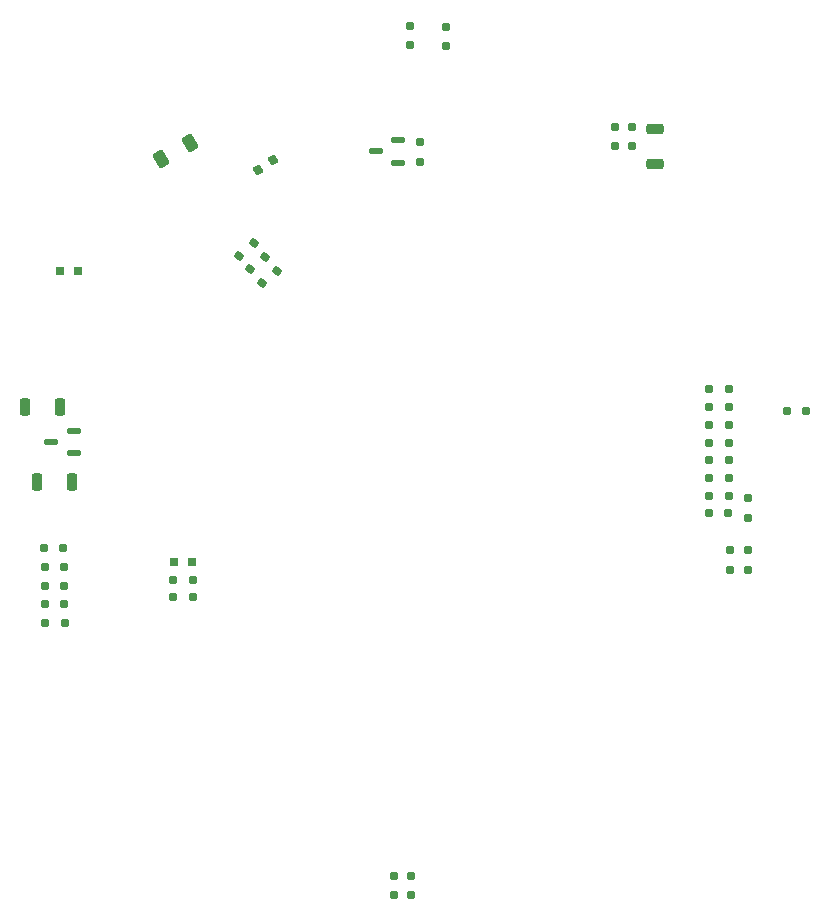
<source format=gbp>
%TF.GenerationSoftware,KiCad,Pcbnew,9.0.2*%
%TF.CreationDate,2026-02-22T16:58:40+01:00*%
%TF.ProjectId,LumiCtrl,4c756d69-4374-4726-9c2e-6b696361645f,rev11*%
%TF.SameCoordinates,Original*%
%TF.FileFunction,Paste,Bot*%
%TF.FilePolarity,Positive*%
%FSLAX46Y46*%
G04 Gerber Fmt 4.6, Leading zero omitted, Abs format (unit mm)*
G04 Created by KiCad (PCBNEW 9.0.2) date 2026-02-22 16:58:40*
%MOMM*%
%LPD*%
G01*
G04 APERTURE LIST*
G04 Aperture macros list*
%AMRoundRect*
0 Rectangle with rounded corners*
0 $1 Rounding radius*
0 $2 $3 $4 $5 $6 $7 $8 $9 X,Y pos of 4 corners*
0 Add a 4 corners polygon primitive as box body*
4,1,4,$2,$3,$4,$5,$6,$7,$8,$9,$2,$3,0*
0 Add four circle primitives for the rounded corners*
1,1,$1+$1,$2,$3*
1,1,$1+$1,$4,$5*
1,1,$1+$1,$6,$7*
1,1,$1+$1,$8,$9*
0 Add four rect primitives between the rounded corners*
20,1,$1+$1,$2,$3,$4,$5,0*
20,1,$1+$1,$4,$5,$6,$7,0*
20,1,$1+$1,$6,$7,$8,$9,0*
20,1,$1+$1,$8,$9,$2,$3,0*%
G04 Aperture macros list end*
%ADD10RoundRect,0.200000X0.520000X-0.260000X0.520000X0.260000X-0.520000X0.260000X-0.520000X-0.260000X0*%
%ADD11RoundRect,0.160000X0.160000X0.220000X-0.160000X0.220000X-0.160000X-0.220000X0.160000X-0.220000X0*%
%ADD12RoundRect,0.160000X-0.018846X0.271376X-0.263980X0.065684X0.018846X-0.271376X0.263980X-0.065684X0*%
%ADD13RoundRect,0.160000X0.220000X-0.160000X0.220000X0.160000X-0.220000X0.160000X-0.220000X-0.160000X0*%
%ADD14RoundRect,0.160000X-0.220000X0.160000X-0.220000X-0.160000X0.220000X-0.160000X0.220000X0.160000X0*%
%ADD15RoundRect,0.160000X-0.160000X-0.220000X0.160000X-0.220000X0.160000X0.220000X-0.160000X0.220000X0*%
%ADD16RoundRect,0.200000X0.260000X0.520000X-0.260000X0.520000X-0.260000X-0.520000X0.260000X-0.520000X0*%
%ADD17RoundRect,0.180000X-0.180000X-0.200000X0.180000X-0.200000X0.180000X0.200000X-0.180000X0.200000X0*%
%ADD18RoundRect,0.160000X0.018846X-0.271376X0.263980X-0.065684X-0.018846X0.271376X-0.263980X0.065684X0*%
%ADD19RoundRect,0.200000X0.009808X0.583013X-0.509808X0.283013X-0.009808X-0.583013X0.509808X-0.283013X0*%
%ADD20RoundRect,0.180000X0.180000X0.200000X-0.180000X0.200000X-0.180000X-0.200000X0.180000X-0.200000X0*%
%ADD21RoundRect,0.180000X-0.055885X-0.263205X0.255885X-0.083205X0.055885X0.263205X-0.255885X0.083205X0*%
%ADD22RoundRect,0.120000X0.470000X0.120000X-0.470000X0.120000X-0.470000X-0.120000X0.470000X-0.120000X0*%
G04 APERTURE END LIST*
D10*
%TO.C,C12*%
X118900000Y-74875000D03*
X118900000Y-71925000D03*
%TD*%
D11*
%TO.C,R45*%
X125146916Y-103003722D03*
X123496916Y-103003722D03*
%TD*%
%TO.C,R46*%
X125145894Y-104500000D03*
X123495894Y-104500000D03*
%TD*%
D12*
%TO.C,R24*%
X85931987Y-82769700D03*
X84668013Y-83830300D03*
%TD*%
D13*
%TO.C,R19*%
X117000000Y-73425000D03*
X117000000Y-71775000D03*
%TD*%
D11*
%TO.C,R44*%
X131725000Y-95850000D03*
X130075000Y-95850000D03*
%TD*%
D14*
%TO.C,R28*%
X99000000Y-73075000D03*
X99000000Y-74725000D03*
%TD*%
D15*
%TO.C,R52*%
X123500000Y-101500000D03*
X125150000Y-101500000D03*
%TD*%
D13*
%TO.C,R5*%
X98300000Y-136825000D03*
X98300000Y-135175000D03*
%TD*%
D16*
%TO.C,C25*%
X68550000Y-95500000D03*
X65600000Y-95500000D03*
%TD*%
D15*
%TO.C,R22*%
X67275000Y-109000000D03*
X68925000Y-109000000D03*
%TD*%
D17*
%TO.C,C20*%
X68525000Y-84000000D03*
X70075000Y-84000000D03*
%TD*%
D18*
%TO.C,R23*%
X83727620Y-82700001D03*
X84991592Y-81639399D03*
%TD*%
D14*
%TO.C,R11*%
X98200000Y-63195000D03*
X98200000Y-64845000D03*
%TD*%
D13*
%TO.C,R70*%
X126800000Y-104875000D03*
X126800000Y-103225000D03*
%TD*%
D15*
%TO.C,R33*%
X78147382Y-110090000D03*
X79797382Y-110090000D03*
%TD*%
D18*
%TO.C,R25*%
X85640208Y-84989479D03*
X86904182Y-83928879D03*
%TD*%
D15*
%TO.C,R51*%
X123500000Y-100000000D03*
X125150000Y-100000000D03*
%TD*%
D13*
%TO.C,R7*%
X96800000Y-136825000D03*
X96800000Y-135175000D03*
%TD*%
D19*
%TO.C,F1*%
X79562436Y-73100000D03*
X77137564Y-74500000D03*
%TD*%
D14*
%TO.C,R48*%
X126800000Y-107625000D03*
X126800000Y-109275000D03*
%TD*%
D11*
%TO.C,R54*%
X68825000Y-107400000D03*
X67175000Y-107400000D03*
%TD*%
D20*
%TO.C,C23*%
X79747382Y-108600000D03*
X78197382Y-108600000D03*
%TD*%
D11*
%TO.C,R32*%
X79797382Y-111600000D03*
X78147382Y-111600000D03*
%TD*%
D15*
%TO.C,R41*%
X123500000Y-97000000D03*
X125150000Y-97000000D03*
%TD*%
D11*
%TO.C,R15*%
X68925000Y-110600000D03*
X67275000Y-110600000D03*
%TD*%
D14*
%TO.C,R69*%
X125250000Y-107625000D03*
X125250000Y-109275000D03*
%TD*%
D15*
%TO.C,R49*%
X123500000Y-94000000D03*
X125150000Y-94000000D03*
%TD*%
D21*
%TO.C,C10*%
X85278830Y-75387500D03*
X86621170Y-74612500D03*
%TD*%
D14*
%TO.C,R12*%
X101200000Y-63275000D03*
X101200000Y-64925000D03*
%TD*%
D15*
%TO.C,R50*%
X123500000Y-95500000D03*
X125150000Y-95500000D03*
%TD*%
D16*
%TO.C,C26*%
X69524100Y-101849999D03*
X66574100Y-101849999D03*
%TD*%
D14*
%TO.C,R18*%
X115500000Y-71775000D03*
X115500000Y-73425000D03*
%TD*%
D15*
%TO.C,R43*%
X123500000Y-98499274D03*
X125150000Y-98499274D03*
%TD*%
D22*
%TO.C,Q1*%
X97200000Y-72900000D03*
X97200000Y-74800000D03*
X95325000Y-73850000D03*
%TD*%
D11*
%TO.C,R57*%
X68925000Y-112200000D03*
X67275000Y-112200000D03*
%TD*%
%TO.C,R16*%
X68937500Y-113800000D03*
X67287500Y-113800000D03*
%TD*%
D22*
%TO.C,U8*%
X69700000Y-97500000D03*
X69700000Y-99400000D03*
X67825000Y-98450000D03*
%TD*%
M02*

</source>
